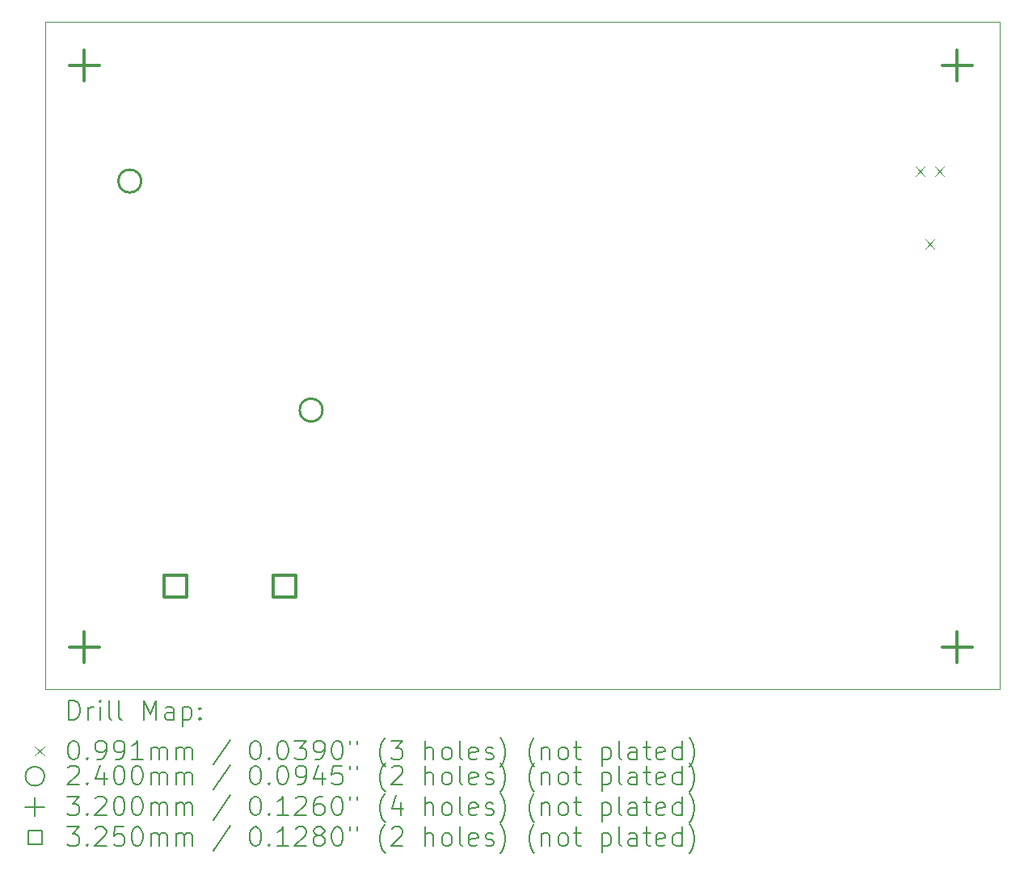
<source format=gbr>
%TF.GenerationSoftware,KiCad,Pcbnew,(6.0.10)*%
%TF.CreationDate,2023-05-06T14:56:52+10:00*%
%TF.ProjectId,jms_ufe_controller,6a6d735f-7566-4655-9f63-6f6e74726f6c,rev?*%
%TF.SameCoordinates,Original*%
%TF.FileFunction,Drillmap*%
%TF.FilePolarity,Positive*%
%FSLAX45Y45*%
G04 Gerber Fmt 4.5, Leading zero omitted, Abs format (unit mm)*
G04 Created by KiCad (PCBNEW (6.0.10)) date 2023-05-06 14:56:52*
%MOMM*%
%LPD*%
G01*
G04 APERTURE LIST*
%ADD10C,0.100000*%
%ADD11C,0.200000*%
%ADD12C,0.099100*%
%ADD13C,0.240000*%
%ADD14C,0.320000*%
%ADD15C,0.325000*%
G04 APERTURE END LIST*
D10*
X10000000Y-5000000D02*
X20000000Y-5000000D01*
X20000000Y-5000000D02*
X20000000Y-12000000D01*
X20000000Y-12000000D02*
X10000000Y-12000000D01*
X10000000Y-12000000D02*
X10000000Y-5000000D01*
D11*
D12*
X19119930Y-6518890D02*
X19219030Y-6617990D01*
X19219030Y-6518890D02*
X19119930Y-6617990D01*
X19221430Y-7280890D02*
X19320530Y-7379990D01*
X19320530Y-7280890D02*
X19221430Y-7379990D01*
X19322930Y-6518890D02*
X19422030Y-6617990D01*
X19422030Y-6518890D02*
X19322930Y-6617990D01*
D13*
X11008793Y-6672090D02*
G75*
G03*
X11008793Y-6672090I-120000J0D01*
G01*
X12908792Y-9072090D02*
G75*
G03*
X12908792Y-9072090I-120000J0D01*
G01*
D14*
X10414000Y-5301000D02*
X10414000Y-5621000D01*
X10254000Y-5461000D02*
X10574000Y-5461000D01*
X10414000Y-11397000D02*
X10414000Y-11717000D01*
X10254000Y-11557000D02*
X10574000Y-11557000D01*
X19558000Y-5301000D02*
X19558000Y-5621000D01*
X19398000Y-5461000D02*
X19718000Y-5461000D01*
X19558000Y-11397000D02*
X19558000Y-11717000D01*
X19398000Y-11557000D02*
X19718000Y-11557000D01*
D15*
X11481406Y-11033906D02*
X11481406Y-10804094D01*
X11251594Y-10804094D01*
X11251594Y-11033906D01*
X11481406Y-11033906D01*
X12624406Y-11033906D02*
X12624406Y-10804094D01*
X12394594Y-10804094D01*
X12394594Y-11033906D01*
X12624406Y-11033906D01*
D11*
X10252619Y-12315476D02*
X10252619Y-12115476D01*
X10300238Y-12115476D01*
X10328810Y-12125000D01*
X10347857Y-12144048D01*
X10357381Y-12163095D01*
X10366905Y-12201190D01*
X10366905Y-12229762D01*
X10357381Y-12267857D01*
X10347857Y-12286905D01*
X10328810Y-12305952D01*
X10300238Y-12315476D01*
X10252619Y-12315476D01*
X10452619Y-12315476D02*
X10452619Y-12182143D01*
X10452619Y-12220238D02*
X10462143Y-12201190D01*
X10471667Y-12191667D01*
X10490714Y-12182143D01*
X10509762Y-12182143D01*
X10576429Y-12315476D02*
X10576429Y-12182143D01*
X10576429Y-12115476D02*
X10566905Y-12125000D01*
X10576429Y-12134524D01*
X10585952Y-12125000D01*
X10576429Y-12115476D01*
X10576429Y-12134524D01*
X10700238Y-12315476D02*
X10681190Y-12305952D01*
X10671667Y-12286905D01*
X10671667Y-12115476D01*
X10805000Y-12315476D02*
X10785952Y-12305952D01*
X10776429Y-12286905D01*
X10776429Y-12115476D01*
X11033571Y-12315476D02*
X11033571Y-12115476D01*
X11100238Y-12258333D01*
X11166905Y-12115476D01*
X11166905Y-12315476D01*
X11347857Y-12315476D02*
X11347857Y-12210714D01*
X11338333Y-12191667D01*
X11319286Y-12182143D01*
X11281190Y-12182143D01*
X11262143Y-12191667D01*
X11347857Y-12305952D02*
X11328809Y-12315476D01*
X11281190Y-12315476D01*
X11262143Y-12305952D01*
X11252619Y-12286905D01*
X11252619Y-12267857D01*
X11262143Y-12248809D01*
X11281190Y-12239286D01*
X11328809Y-12239286D01*
X11347857Y-12229762D01*
X11443095Y-12182143D02*
X11443095Y-12382143D01*
X11443095Y-12191667D02*
X11462143Y-12182143D01*
X11500238Y-12182143D01*
X11519286Y-12191667D01*
X11528809Y-12201190D01*
X11538333Y-12220238D01*
X11538333Y-12277381D01*
X11528809Y-12296428D01*
X11519286Y-12305952D01*
X11500238Y-12315476D01*
X11462143Y-12315476D01*
X11443095Y-12305952D01*
X11624048Y-12296428D02*
X11633571Y-12305952D01*
X11624048Y-12315476D01*
X11614524Y-12305952D01*
X11624048Y-12296428D01*
X11624048Y-12315476D01*
X11624048Y-12191667D02*
X11633571Y-12201190D01*
X11624048Y-12210714D01*
X11614524Y-12201190D01*
X11624048Y-12191667D01*
X11624048Y-12210714D01*
D12*
X9895900Y-12595450D02*
X9995000Y-12694550D01*
X9995000Y-12595450D02*
X9895900Y-12694550D01*
D11*
X10290714Y-12535476D02*
X10309762Y-12535476D01*
X10328810Y-12545000D01*
X10338333Y-12554524D01*
X10347857Y-12573571D01*
X10357381Y-12611667D01*
X10357381Y-12659286D01*
X10347857Y-12697381D01*
X10338333Y-12716428D01*
X10328810Y-12725952D01*
X10309762Y-12735476D01*
X10290714Y-12735476D01*
X10271667Y-12725952D01*
X10262143Y-12716428D01*
X10252619Y-12697381D01*
X10243095Y-12659286D01*
X10243095Y-12611667D01*
X10252619Y-12573571D01*
X10262143Y-12554524D01*
X10271667Y-12545000D01*
X10290714Y-12535476D01*
X10443095Y-12716428D02*
X10452619Y-12725952D01*
X10443095Y-12735476D01*
X10433571Y-12725952D01*
X10443095Y-12716428D01*
X10443095Y-12735476D01*
X10547857Y-12735476D02*
X10585952Y-12735476D01*
X10605000Y-12725952D01*
X10614524Y-12716428D01*
X10633571Y-12687857D01*
X10643095Y-12649762D01*
X10643095Y-12573571D01*
X10633571Y-12554524D01*
X10624048Y-12545000D01*
X10605000Y-12535476D01*
X10566905Y-12535476D01*
X10547857Y-12545000D01*
X10538333Y-12554524D01*
X10528810Y-12573571D01*
X10528810Y-12621190D01*
X10538333Y-12640238D01*
X10547857Y-12649762D01*
X10566905Y-12659286D01*
X10605000Y-12659286D01*
X10624048Y-12649762D01*
X10633571Y-12640238D01*
X10643095Y-12621190D01*
X10738333Y-12735476D02*
X10776429Y-12735476D01*
X10795476Y-12725952D01*
X10805000Y-12716428D01*
X10824048Y-12687857D01*
X10833571Y-12649762D01*
X10833571Y-12573571D01*
X10824048Y-12554524D01*
X10814524Y-12545000D01*
X10795476Y-12535476D01*
X10757381Y-12535476D01*
X10738333Y-12545000D01*
X10728810Y-12554524D01*
X10719286Y-12573571D01*
X10719286Y-12621190D01*
X10728810Y-12640238D01*
X10738333Y-12649762D01*
X10757381Y-12659286D01*
X10795476Y-12659286D01*
X10814524Y-12649762D01*
X10824048Y-12640238D01*
X10833571Y-12621190D01*
X11024048Y-12735476D02*
X10909762Y-12735476D01*
X10966905Y-12735476D02*
X10966905Y-12535476D01*
X10947857Y-12564048D01*
X10928810Y-12583095D01*
X10909762Y-12592619D01*
X11109762Y-12735476D02*
X11109762Y-12602143D01*
X11109762Y-12621190D02*
X11119286Y-12611667D01*
X11138333Y-12602143D01*
X11166905Y-12602143D01*
X11185952Y-12611667D01*
X11195476Y-12630714D01*
X11195476Y-12735476D01*
X11195476Y-12630714D02*
X11205000Y-12611667D01*
X11224048Y-12602143D01*
X11252619Y-12602143D01*
X11271667Y-12611667D01*
X11281190Y-12630714D01*
X11281190Y-12735476D01*
X11376428Y-12735476D02*
X11376428Y-12602143D01*
X11376428Y-12621190D02*
X11385952Y-12611667D01*
X11405000Y-12602143D01*
X11433571Y-12602143D01*
X11452619Y-12611667D01*
X11462143Y-12630714D01*
X11462143Y-12735476D01*
X11462143Y-12630714D02*
X11471667Y-12611667D01*
X11490714Y-12602143D01*
X11519286Y-12602143D01*
X11538333Y-12611667D01*
X11547857Y-12630714D01*
X11547857Y-12735476D01*
X11938333Y-12525952D02*
X11766905Y-12783095D01*
X12195476Y-12535476D02*
X12214524Y-12535476D01*
X12233571Y-12545000D01*
X12243095Y-12554524D01*
X12252619Y-12573571D01*
X12262143Y-12611667D01*
X12262143Y-12659286D01*
X12252619Y-12697381D01*
X12243095Y-12716428D01*
X12233571Y-12725952D01*
X12214524Y-12735476D01*
X12195476Y-12735476D01*
X12176428Y-12725952D01*
X12166905Y-12716428D01*
X12157381Y-12697381D01*
X12147857Y-12659286D01*
X12147857Y-12611667D01*
X12157381Y-12573571D01*
X12166905Y-12554524D01*
X12176428Y-12545000D01*
X12195476Y-12535476D01*
X12347857Y-12716428D02*
X12357381Y-12725952D01*
X12347857Y-12735476D01*
X12338333Y-12725952D01*
X12347857Y-12716428D01*
X12347857Y-12735476D01*
X12481190Y-12535476D02*
X12500238Y-12535476D01*
X12519286Y-12545000D01*
X12528809Y-12554524D01*
X12538333Y-12573571D01*
X12547857Y-12611667D01*
X12547857Y-12659286D01*
X12538333Y-12697381D01*
X12528809Y-12716428D01*
X12519286Y-12725952D01*
X12500238Y-12735476D01*
X12481190Y-12735476D01*
X12462143Y-12725952D01*
X12452619Y-12716428D01*
X12443095Y-12697381D01*
X12433571Y-12659286D01*
X12433571Y-12611667D01*
X12443095Y-12573571D01*
X12452619Y-12554524D01*
X12462143Y-12545000D01*
X12481190Y-12535476D01*
X12614524Y-12535476D02*
X12738333Y-12535476D01*
X12671667Y-12611667D01*
X12700238Y-12611667D01*
X12719286Y-12621190D01*
X12728809Y-12630714D01*
X12738333Y-12649762D01*
X12738333Y-12697381D01*
X12728809Y-12716428D01*
X12719286Y-12725952D01*
X12700238Y-12735476D01*
X12643095Y-12735476D01*
X12624048Y-12725952D01*
X12614524Y-12716428D01*
X12833571Y-12735476D02*
X12871667Y-12735476D01*
X12890714Y-12725952D01*
X12900238Y-12716428D01*
X12919286Y-12687857D01*
X12928809Y-12649762D01*
X12928809Y-12573571D01*
X12919286Y-12554524D01*
X12909762Y-12545000D01*
X12890714Y-12535476D01*
X12852619Y-12535476D01*
X12833571Y-12545000D01*
X12824048Y-12554524D01*
X12814524Y-12573571D01*
X12814524Y-12621190D01*
X12824048Y-12640238D01*
X12833571Y-12649762D01*
X12852619Y-12659286D01*
X12890714Y-12659286D01*
X12909762Y-12649762D01*
X12919286Y-12640238D01*
X12928809Y-12621190D01*
X13052619Y-12535476D02*
X13071667Y-12535476D01*
X13090714Y-12545000D01*
X13100238Y-12554524D01*
X13109762Y-12573571D01*
X13119286Y-12611667D01*
X13119286Y-12659286D01*
X13109762Y-12697381D01*
X13100238Y-12716428D01*
X13090714Y-12725952D01*
X13071667Y-12735476D01*
X13052619Y-12735476D01*
X13033571Y-12725952D01*
X13024048Y-12716428D01*
X13014524Y-12697381D01*
X13005000Y-12659286D01*
X13005000Y-12611667D01*
X13014524Y-12573571D01*
X13024048Y-12554524D01*
X13033571Y-12545000D01*
X13052619Y-12535476D01*
X13195476Y-12535476D02*
X13195476Y-12573571D01*
X13271667Y-12535476D02*
X13271667Y-12573571D01*
X13566905Y-12811667D02*
X13557381Y-12802143D01*
X13538333Y-12773571D01*
X13528809Y-12754524D01*
X13519286Y-12725952D01*
X13509762Y-12678333D01*
X13509762Y-12640238D01*
X13519286Y-12592619D01*
X13528809Y-12564048D01*
X13538333Y-12545000D01*
X13557381Y-12516428D01*
X13566905Y-12506905D01*
X13624048Y-12535476D02*
X13747857Y-12535476D01*
X13681190Y-12611667D01*
X13709762Y-12611667D01*
X13728809Y-12621190D01*
X13738333Y-12630714D01*
X13747857Y-12649762D01*
X13747857Y-12697381D01*
X13738333Y-12716428D01*
X13728809Y-12725952D01*
X13709762Y-12735476D01*
X13652619Y-12735476D01*
X13633571Y-12725952D01*
X13624048Y-12716428D01*
X13985952Y-12735476D02*
X13985952Y-12535476D01*
X14071667Y-12735476D02*
X14071667Y-12630714D01*
X14062143Y-12611667D01*
X14043095Y-12602143D01*
X14014524Y-12602143D01*
X13995476Y-12611667D01*
X13985952Y-12621190D01*
X14195476Y-12735476D02*
X14176428Y-12725952D01*
X14166905Y-12716428D01*
X14157381Y-12697381D01*
X14157381Y-12640238D01*
X14166905Y-12621190D01*
X14176428Y-12611667D01*
X14195476Y-12602143D01*
X14224048Y-12602143D01*
X14243095Y-12611667D01*
X14252619Y-12621190D01*
X14262143Y-12640238D01*
X14262143Y-12697381D01*
X14252619Y-12716428D01*
X14243095Y-12725952D01*
X14224048Y-12735476D01*
X14195476Y-12735476D01*
X14376428Y-12735476D02*
X14357381Y-12725952D01*
X14347857Y-12706905D01*
X14347857Y-12535476D01*
X14528809Y-12725952D02*
X14509762Y-12735476D01*
X14471667Y-12735476D01*
X14452619Y-12725952D01*
X14443095Y-12706905D01*
X14443095Y-12630714D01*
X14452619Y-12611667D01*
X14471667Y-12602143D01*
X14509762Y-12602143D01*
X14528809Y-12611667D01*
X14538333Y-12630714D01*
X14538333Y-12649762D01*
X14443095Y-12668809D01*
X14614524Y-12725952D02*
X14633571Y-12735476D01*
X14671667Y-12735476D01*
X14690714Y-12725952D01*
X14700238Y-12706905D01*
X14700238Y-12697381D01*
X14690714Y-12678333D01*
X14671667Y-12668809D01*
X14643095Y-12668809D01*
X14624048Y-12659286D01*
X14614524Y-12640238D01*
X14614524Y-12630714D01*
X14624048Y-12611667D01*
X14643095Y-12602143D01*
X14671667Y-12602143D01*
X14690714Y-12611667D01*
X14766905Y-12811667D02*
X14776428Y-12802143D01*
X14795476Y-12773571D01*
X14805000Y-12754524D01*
X14814524Y-12725952D01*
X14824048Y-12678333D01*
X14824048Y-12640238D01*
X14814524Y-12592619D01*
X14805000Y-12564048D01*
X14795476Y-12545000D01*
X14776428Y-12516428D01*
X14766905Y-12506905D01*
X15128809Y-12811667D02*
X15119286Y-12802143D01*
X15100238Y-12773571D01*
X15090714Y-12754524D01*
X15081190Y-12725952D01*
X15071667Y-12678333D01*
X15071667Y-12640238D01*
X15081190Y-12592619D01*
X15090714Y-12564048D01*
X15100238Y-12545000D01*
X15119286Y-12516428D01*
X15128809Y-12506905D01*
X15205000Y-12602143D02*
X15205000Y-12735476D01*
X15205000Y-12621190D02*
X15214524Y-12611667D01*
X15233571Y-12602143D01*
X15262143Y-12602143D01*
X15281190Y-12611667D01*
X15290714Y-12630714D01*
X15290714Y-12735476D01*
X15414524Y-12735476D02*
X15395476Y-12725952D01*
X15385952Y-12716428D01*
X15376428Y-12697381D01*
X15376428Y-12640238D01*
X15385952Y-12621190D01*
X15395476Y-12611667D01*
X15414524Y-12602143D01*
X15443095Y-12602143D01*
X15462143Y-12611667D01*
X15471667Y-12621190D01*
X15481190Y-12640238D01*
X15481190Y-12697381D01*
X15471667Y-12716428D01*
X15462143Y-12725952D01*
X15443095Y-12735476D01*
X15414524Y-12735476D01*
X15538333Y-12602143D02*
X15614524Y-12602143D01*
X15566905Y-12535476D02*
X15566905Y-12706905D01*
X15576428Y-12725952D01*
X15595476Y-12735476D01*
X15614524Y-12735476D01*
X15833571Y-12602143D02*
X15833571Y-12802143D01*
X15833571Y-12611667D02*
X15852619Y-12602143D01*
X15890714Y-12602143D01*
X15909762Y-12611667D01*
X15919286Y-12621190D01*
X15928809Y-12640238D01*
X15928809Y-12697381D01*
X15919286Y-12716428D01*
X15909762Y-12725952D01*
X15890714Y-12735476D01*
X15852619Y-12735476D01*
X15833571Y-12725952D01*
X16043095Y-12735476D02*
X16024048Y-12725952D01*
X16014524Y-12706905D01*
X16014524Y-12535476D01*
X16205000Y-12735476D02*
X16205000Y-12630714D01*
X16195476Y-12611667D01*
X16176428Y-12602143D01*
X16138333Y-12602143D01*
X16119286Y-12611667D01*
X16205000Y-12725952D02*
X16185952Y-12735476D01*
X16138333Y-12735476D01*
X16119286Y-12725952D01*
X16109762Y-12706905D01*
X16109762Y-12687857D01*
X16119286Y-12668809D01*
X16138333Y-12659286D01*
X16185952Y-12659286D01*
X16205000Y-12649762D01*
X16271667Y-12602143D02*
X16347857Y-12602143D01*
X16300238Y-12535476D02*
X16300238Y-12706905D01*
X16309762Y-12725952D01*
X16328809Y-12735476D01*
X16347857Y-12735476D01*
X16490714Y-12725952D02*
X16471667Y-12735476D01*
X16433571Y-12735476D01*
X16414524Y-12725952D01*
X16405000Y-12706905D01*
X16405000Y-12630714D01*
X16414524Y-12611667D01*
X16433571Y-12602143D01*
X16471667Y-12602143D01*
X16490714Y-12611667D01*
X16500238Y-12630714D01*
X16500238Y-12649762D01*
X16405000Y-12668809D01*
X16671667Y-12735476D02*
X16671667Y-12535476D01*
X16671667Y-12725952D02*
X16652619Y-12735476D01*
X16614524Y-12735476D01*
X16595476Y-12725952D01*
X16585952Y-12716428D01*
X16576428Y-12697381D01*
X16576428Y-12640238D01*
X16585952Y-12621190D01*
X16595476Y-12611667D01*
X16614524Y-12602143D01*
X16652619Y-12602143D01*
X16671667Y-12611667D01*
X16747857Y-12811667D02*
X16757381Y-12802143D01*
X16776428Y-12773571D01*
X16785952Y-12754524D01*
X16795476Y-12725952D01*
X16805000Y-12678333D01*
X16805000Y-12640238D01*
X16795476Y-12592619D01*
X16785952Y-12564048D01*
X16776428Y-12545000D01*
X16757381Y-12516428D01*
X16747857Y-12506905D01*
X9995000Y-12909000D02*
G75*
G03*
X9995000Y-12909000I-100000J0D01*
G01*
X10243095Y-12818524D02*
X10252619Y-12809000D01*
X10271667Y-12799476D01*
X10319286Y-12799476D01*
X10338333Y-12809000D01*
X10347857Y-12818524D01*
X10357381Y-12837571D01*
X10357381Y-12856619D01*
X10347857Y-12885190D01*
X10233571Y-12999476D01*
X10357381Y-12999476D01*
X10443095Y-12980428D02*
X10452619Y-12989952D01*
X10443095Y-12999476D01*
X10433571Y-12989952D01*
X10443095Y-12980428D01*
X10443095Y-12999476D01*
X10624048Y-12866143D02*
X10624048Y-12999476D01*
X10576429Y-12789952D02*
X10528810Y-12932809D01*
X10652619Y-12932809D01*
X10766905Y-12799476D02*
X10785952Y-12799476D01*
X10805000Y-12809000D01*
X10814524Y-12818524D01*
X10824048Y-12837571D01*
X10833571Y-12875667D01*
X10833571Y-12923286D01*
X10824048Y-12961381D01*
X10814524Y-12980428D01*
X10805000Y-12989952D01*
X10785952Y-12999476D01*
X10766905Y-12999476D01*
X10747857Y-12989952D01*
X10738333Y-12980428D01*
X10728810Y-12961381D01*
X10719286Y-12923286D01*
X10719286Y-12875667D01*
X10728810Y-12837571D01*
X10738333Y-12818524D01*
X10747857Y-12809000D01*
X10766905Y-12799476D01*
X10957381Y-12799476D02*
X10976429Y-12799476D01*
X10995476Y-12809000D01*
X11005000Y-12818524D01*
X11014524Y-12837571D01*
X11024048Y-12875667D01*
X11024048Y-12923286D01*
X11014524Y-12961381D01*
X11005000Y-12980428D01*
X10995476Y-12989952D01*
X10976429Y-12999476D01*
X10957381Y-12999476D01*
X10938333Y-12989952D01*
X10928810Y-12980428D01*
X10919286Y-12961381D01*
X10909762Y-12923286D01*
X10909762Y-12875667D01*
X10919286Y-12837571D01*
X10928810Y-12818524D01*
X10938333Y-12809000D01*
X10957381Y-12799476D01*
X11109762Y-12999476D02*
X11109762Y-12866143D01*
X11109762Y-12885190D02*
X11119286Y-12875667D01*
X11138333Y-12866143D01*
X11166905Y-12866143D01*
X11185952Y-12875667D01*
X11195476Y-12894714D01*
X11195476Y-12999476D01*
X11195476Y-12894714D02*
X11205000Y-12875667D01*
X11224048Y-12866143D01*
X11252619Y-12866143D01*
X11271667Y-12875667D01*
X11281190Y-12894714D01*
X11281190Y-12999476D01*
X11376428Y-12999476D02*
X11376428Y-12866143D01*
X11376428Y-12885190D02*
X11385952Y-12875667D01*
X11405000Y-12866143D01*
X11433571Y-12866143D01*
X11452619Y-12875667D01*
X11462143Y-12894714D01*
X11462143Y-12999476D01*
X11462143Y-12894714D02*
X11471667Y-12875667D01*
X11490714Y-12866143D01*
X11519286Y-12866143D01*
X11538333Y-12875667D01*
X11547857Y-12894714D01*
X11547857Y-12999476D01*
X11938333Y-12789952D02*
X11766905Y-13047095D01*
X12195476Y-12799476D02*
X12214524Y-12799476D01*
X12233571Y-12809000D01*
X12243095Y-12818524D01*
X12252619Y-12837571D01*
X12262143Y-12875667D01*
X12262143Y-12923286D01*
X12252619Y-12961381D01*
X12243095Y-12980428D01*
X12233571Y-12989952D01*
X12214524Y-12999476D01*
X12195476Y-12999476D01*
X12176428Y-12989952D01*
X12166905Y-12980428D01*
X12157381Y-12961381D01*
X12147857Y-12923286D01*
X12147857Y-12875667D01*
X12157381Y-12837571D01*
X12166905Y-12818524D01*
X12176428Y-12809000D01*
X12195476Y-12799476D01*
X12347857Y-12980428D02*
X12357381Y-12989952D01*
X12347857Y-12999476D01*
X12338333Y-12989952D01*
X12347857Y-12980428D01*
X12347857Y-12999476D01*
X12481190Y-12799476D02*
X12500238Y-12799476D01*
X12519286Y-12809000D01*
X12528809Y-12818524D01*
X12538333Y-12837571D01*
X12547857Y-12875667D01*
X12547857Y-12923286D01*
X12538333Y-12961381D01*
X12528809Y-12980428D01*
X12519286Y-12989952D01*
X12500238Y-12999476D01*
X12481190Y-12999476D01*
X12462143Y-12989952D01*
X12452619Y-12980428D01*
X12443095Y-12961381D01*
X12433571Y-12923286D01*
X12433571Y-12875667D01*
X12443095Y-12837571D01*
X12452619Y-12818524D01*
X12462143Y-12809000D01*
X12481190Y-12799476D01*
X12643095Y-12999476D02*
X12681190Y-12999476D01*
X12700238Y-12989952D01*
X12709762Y-12980428D01*
X12728809Y-12951857D01*
X12738333Y-12913762D01*
X12738333Y-12837571D01*
X12728809Y-12818524D01*
X12719286Y-12809000D01*
X12700238Y-12799476D01*
X12662143Y-12799476D01*
X12643095Y-12809000D01*
X12633571Y-12818524D01*
X12624048Y-12837571D01*
X12624048Y-12885190D01*
X12633571Y-12904238D01*
X12643095Y-12913762D01*
X12662143Y-12923286D01*
X12700238Y-12923286D01*
X12719286Y-12913762D01*
X12728809Y-12904238D01*
X12738333Y-12885190D01*
X12909762Y-12866143D02*
X12909762Y-12999476D01*
X12862143Y-12789952D02*
X12814524Y-12932809D01*
X12938333Y-12932809D01*
X13109762Y-12799476D02*
X13014524Y-12799476D01*
X13005000Y-12894714D01*
X13014524Y-12885190D01*
X13033571Y-12875667D01*
X13081190Y-12875667D01*
X13100238Y-12885190D01*
X13109762Y-12894714D01*
X13119286Y-12913762D01*
X13119286Y-12961381D01*
X13109762Y-12980428D01*
X13100238Y-12989952D01*
X13081190Y-12999476D01*
X13033571Y-12999476D01*
X13014524Y-12989952D01*
X13005000Y-12980428D01*
X13195476Y-12799476D02*
X13195476Y-12837571D01*
X13271667Y-12799476D02*
X13271667Y-12837571D01*
X13566905Y-13075667D02*
X13557381Y-13066143D01*
X13538333Y-13037571D01*
X13528809Y-13018524D01*
X13519286Y-12989952D01*
X13509762Y-12942333D01*
X13509762Y-12904238D01*
X13519286Y-12856619D01*
X13528809Y-12828048D01*
X13538333Y-12809000D01*
X13557381Y-12780428D01*
X13566905Y-12770905D01*
X13633571Y-12818524D02*
X13643095Y-12809000D01*
X13662143Y-12799476D01*
X13709762Y-12799476D01*
X13728809Y-12809000D01*
X13738333Y-12818524D01*
X13747857Y-12837571D01*
X13747857Y-12856619D01*
X13738333Y-12885190D01*
X13624048Y-12999476D01*
X13747857Y-12999476D01*
X13985952Y-12999476D02*
X13985952Y-12799476D01*
X14071667Y-12999476D02*
X14071667Y-12894714D01*
X14062143Y-12875667D01*
X14043095Y-12866143D01*
X14014524Y-12866143D01*
X13995476Y-12875667D01*
X13985952Y-12885190D01*
X14195476Y-12999476D02*
X14176428Y-12989952D01*
X14166905Y-12980428D01*
X14157381Y-12961381D01*
X14157381Y-12904238D01*
X14166905Y-12885190D01*
X14176428Y-12875667D01*
X14195476Y-12866143D01*
X14224048Y-12866143D01*
X14243095Y-12875667D01*
X14252619Y-12885190D01*
X14262143Y-12904238D01*
X14262143Y-12961381D01*
X14252619Y-12980428D01*
X14243095Y-12989952D01*
X14224048Y-12999476D01*
X14195476Y-12999476D01*
X14376428Y-12999476D02*
X14357381Y-12989952D01*
X14347857Y-12970905D01*
X14347857Y-12799476D01*
X14528809Y-12989952D02*
X14509762Y-12999476D01*
X14471667Y-12999476D01*
X14452619Y-12989952D01*
X14443095Y-12970905D01*
X14443095Y-12894714D01*
X14452619Y-12875667D01*
X14471667Y-12866143D01*
X14509762Y-12866143D01*
X14528809Y-12875667D01*
X14538333Y-12894714D01*
X14538333Y-12913762D01*
X14443095Y-12932809D01*
X14614524Y-12989952D02*
X14633571Y-12999476D01*
X14671667Y-12999476D01*
X14690714Y-12989952D01*
X14700238Y-12970905D01*
X14700238Y-12961381D01*
X14690714Y-12942333D01*
X14671667Y-12932809D01*
X14643095Y-12932809D01*
X14624048Y-12923286D01*
X14614524Y-12904238D01*
X14614524Y-12894714D01*
X14624048Y-12875667D01*
X14643095Y-12866143D01*
X14671667Y-12866143D01*
X14690714Y-12875667D01*
X14766905Y-13075667D02*
X14776428Y-13066143D01*
X14795476Y-13037571D01*
X14805000Y-13018524D01*
X14814524Y-12989952D01*
X14824048Y-12942333D01*
X14824048Y-12904238D01*
X14814524Y-12856619D01*
X14805000Y-12828048D01*
X14795476Y-12809000D01*
X14776428Y-12780428D01*
X14766905Y-12770905D01*
X15128809Y-13075667D02*
X15119286Y-13066143D01*
X15100238Y-13037571D01*
X15090714Y-13018524D01*
X15081190Y-12989952D01*
X15071667Y-12942333D01*
X15071667Y-12904238D01*
X15081190Y-12856619D01*
X15090714Y-12828048D01*
X15100238Y-12809000D01*
X15119286Y-12780428D01*
X15128809Y-12770905D01*
X15205000Y-12866143D02*
X15205000Y-12999476D01*
X15205000Y-12885190D02*
X15214524Y-12875667D01*
X15233571Y-12866143D01*
X15262143Y-12866143D01*
X15281190Y-12875667D01*
X15290714Y-12894714D01*
X15290714Y-12999476D01*
X15414524Y-12999476D02*
X15395476Y-12989952D01*
X15385952Y-12980428D01*
X15376428Y-12961381D01*
X15376428Y-12904238D01*
X15385952Y-12885190D01*
X15395476Y-12875667D01*
X15414524Y-12866143D01*
X15443095Y-12866143D01*
X15462143Y-12875667D01*
X15471667Y-12885190D01*
X15481190Y-12904238D01*
X15481190Y-12961381D01*
X15471667Y-12980428D01*
X15462143Y-12989952D01*
X15443095Y-12999476D01*
X15414524Y-12999476D01*
X15538333Y-12866143D02*
X15614524Y-12866143D01*
X15566905Y-12799476D02*
X15566905Y-12970905D01*
X15576428Y-12989952D01*
X15595476Y-12999476D01*
X15614524Y-12999476D01*
X15833571Y-12866143D02*
X15833571Y-13066143D01*
X15833571Y-12875667D02*
X15852619Y-12866143D01*
X15890714Y-12866143D01*
X15909762Y-12875667D01*
X15919286Y-12885190D01*
X15928809Y-12904238D01*
X15928809Y-12961381D01*
X15919286Y-12980428D01*
X15909762Y-12989952D01*
X15890714Y-12999476D01*
X15852619Y-12999476D01*
X15833571Y-12989952D01*
X16043095Y-12999476D02*
X16024048Y-12989952D01*
X16014524Y-12970905D01*
X16014524Y-12799476D01*
X16205000Y-12999476D02*
X16205000Y-12894714D01*
X16195476Y-12875667D01*
X16176428Y-12866143D01*
X16138333Y-12866143D01*
X16119286Y-12875667D01*
X16205000Y-12989952D02*
X16185952Y-12999476D01*
X16138333Y-12999476D01*
X16119286Y-12989952D01*
X16109762Y-12970905D01*
X16109762Y-12951857D01*
X16119286Y-12932809D01*
X16138333Y-12923286D01*
X16185952Y-12923286D01*
X16205000Y-12913762D01*
X16271667Y-12866143D02*
X16347857Y-12866143D01*
X16300238Y-12799476D02*
X16300238Y-12970905D01*
X16309762Y-12989952D01*
X16328809Y-12999476D01*
X16347857Y-12999476D01*
X16490714Y-12989952D02*
X16471667Y-12999476D01*
X16433571Y-12999476D01*
X16414524Y-12989952D01*
X16405000Y-12970905D01*
X16405000Y-12894714D01*
X16414524Y-12875667D01*
X16433571Y-12866143D01*
X16471667Y-12866143D01*
X16490714Y-12875667D01*
X16500238Y-12894714D01*
X16500238Y-12913762D01*
X16405000Y-12932809D01*
X16671667Y-12999476D02*
X16671667Y-12799476D01*
X16671667Y-12989952D02*
X16652619Y-12999476D01*
X16614524Y-12999476D01*
X16595476Y-12989952D01*
X16585952Y-12980428D01*
X16576428Y-12961381D01*
X16576428Y-12904238D01*
X16585952Y-12885190D01*
X16595476Y-12875667D01*
X16614524Y-12866143D01*
X16652619Y-12866143D01*
X16671667Y-12875667D01*
X16747857Y-13075667D02*
X16757381Y-13066143D01*
X16776428Y-13037571D01*
X16785952Y-13018524D01*
X16795476Y-12989952D01*
X16805000Y-12942333D01*
X16805000Y-12904238D01*
X16795476Y-12856619D01*
X16785952Y-12828048D01*
X16776428Y-12809000D01*
X16757381Y-12780428D01*
X16747857Y-12770905D01*
X9895000Y-13129000D02*
X9895000Y-13329000D01*
X9795000Y-13229000D02*
X9995000Y-13229000D01*
X10233571Y-13119476D02*
X10357381Y-13119476D01*
X10290714Y-13195667D01*
X10319286Y-13195667D01*
X10338333Y-13205190D01*
X10347857Y-13214714D01*
X10357381Y-13233762D01*
X10357381Y-13281381D01*
X10347857Y-13300428D01*
X10338333Y-13309952D01*
X10319286Y-13319476D01*
X10262143Y-13319476D01*
X10243095Y-13309952D01*
X10233571Y-13300428D01*
X10443095Y-13300428D02*
X10452619Y-13309952D01*
X10443095Y-13319476D01*
X10433571Y-13309952D01*
X10443095Y-13300428D01*
X10443095Y-13319476D01*
X10528810Y-13138524D02*
X10538333Y-13129000D01*
X10557381Y-13119476D01*
X10605000Y-13119476D01*
X10624048Y-13129000D01*
X10633571Y-13138524D01*
X10643095Y-13157571D01*
X10643095Y-13176619D01*
X10633571Y-13205190D01*
X10519286Y-13319476D01*
X10643095Y-13319476D01*
X10766905Y-13119476D02*
X10785952Y-13119476D01*
X10805000Y-13129000D01*
X10814524Y-13138524D01*
X10824048Y-13157571D01*
X10833571Y-13195667D01*
X10833571Y-13243286D01*
X10824048Y-13281381D01*
X10814524Y-13300428D01*
X10805000Y-13309952D01*
X10785952Y-13319476D01*
X10766905Y-13319476D01*
X10747857Y-13309952D01*
X10738333Y-13300428D01*
X10728810Y-13281381D01*
X10719286Y-13243286D01*
X10719286Y-13195667D01*
X10728810Y-13157571D01*
X10738333Y-13138524D01*
X10747857Y-13129000D01*
X10766905Y-13119476D01*
X10957381Y-13119476D02*
X10976429Y-13119476D01*
X10995476Y-13129000D01*
X11005000Y-13138524D01*
X11014524Y-13157571D01*
X11024048Y-13195667D01*
X11024048Y-13243286D01*
X11014524Y-13281381D01*
X11005000Y-13300428D01*
X10995476Y-13309952D01*
X10976429Y-13319476D01*
X10957381Y-13319476D01*
X10938333Y-13309952D01*
X10928810Y-13300428D01*
X10919286Y-13281381D01*
X10909762Y-13243286D01*
X10909762Y-13195667D01*
X10919286Y-13157571D01*
X10928810Y-13138524D01*
X10938333Y-13129000D01*
X10957381Y-13119476D01*
X11109762Y-13319476D02*
X11109762Y-13186143D01*
X11109762Y-13205190D02*
X11119286Y-13195667D01*
X11138333Y-13186143D01*
X11166905Y-13186143D01*
X11185952Y-13195667D01*
X11195476Y-13214714D01*
X11195476Y-13319476D01*
X11195476Y-13214714D02*
X11205000Y-13195667D01*
X11224048Y-13186143D01*
X11252619Y-13186143D01*
X11271667Y-13195667D01*
X11281190Y-13214714D01*
X11281190Y-13319476D01*
X11376428Y-13319476D02*
X11376428Y-13186143D01*
X11376428Y-13205190D02*
X11385952Y-13195667D01*
X11405000Y-13186143D01*
X11433571Y-13186143D01*
X11452619Y-13195667D01*
X11462143Y-13214714D01*
X11462143Y-13319476D01*
X11462143Y-13214714D02*
X11471667Y-13195667D01*
X11490714Y-13186143D01*
X11519286Y-13186143D01*
X11538333Y-13195667D01*
X11547857Y-13214714D01*
X11547857Y-13319476D01*
X11938333Y-13109952D02*
X11766905Y-13367095D01*
X12195476Y-13119476D02*
X12214524Y-13119476D01*
X12233571Y-13129000D01*
X12243095Y-13138524D01*
X12252619Y-13157571D01*
X12262143Y-13195667D01*
X12262143Y-13243286D01*
X12252619Y-13281381D01*
X12243095Y-13300428D01*
X12233571Y-13309952D01*
X12214524Y-13319476D01*
X12195476Y-13319476D01*
X12176428Y-13309952D01*
X12166905Y-13300428D01*
X12157381Y-13281381D01*
X12147857Y-13243286D01*
X12147857Y-13195667D01*
X12157381Y-13157571D01*
X12166905Y-13138524D01*
X12176428Y-13129000D01*
X12195476Y-13119476D01*
X12347857Y-13300428D02*
X12357381Y-13309952D01*
X12347857Y-13319476D01*
X12338333Y-13309952D01*
X12347857Y-13300428D01*
X12347857Y-13319476D01*
X12547857Y-13319476D02*
X12433571Y-13319476D01*
X12490714Y-13319476D02*
X12490714Y-13119476D01*
X12471667Y-13148048D01*
X12452619Y-13167095D01*
X12433571Y-13176619D01*
X12624048Y-13138524D02*
X12633571Y-13129000D01*
X12652619Y-13119476D01*
X12700238Y-13119476D01*
X12719286Y-13129000D01*
X12728809Y-13138524D01*
X12738333Y-13157571D01*
X12738333Y-13176619D01*
X12728809Y-13205190D01*
X12614524Y-13319476D01*
X12738333Y-13319476D01*
X12909762Y-13119476D02*
X12871667Y-13119476D01*
X12852619Y-13129000D01*
X12843095Y-13138524D01*
X12824048Y-13167095D01*
X12814524Y-13205190D01*
X12814524Y-13281381D01*
X12824048Y-13300428D01*
X12833571Y-13309952D01*
X12852619Y-13319476D01*
X12890714Y-13319476D01*
X12909762Y-13309952D01*
X12919286Y-13300428D01*
X12928809Y-13281381D01*
X12928809Y-13233762D01*
X12919286Y-13214714D01*
X12909762Y-13205190D01*
X12890714Y-13195667D01*
X12852619Y-13195667D01*
X12833571Y-13205190D01*
X12824048Y-13214714D01*
X12814524Y-13233762D01*
X13052619Y-13119476D02*
X13071667Y-13119476D01*
X13090714Y-13129000D01*
X13100238Y-13138524D01*
X13109762Y-13157571D01*
X13119286Y-13195667D01*
X13119286Y-13243286D01*
X13109762Y-13281381D01*
X13100238Y-13300428D01*
X13090714Y-13309952D01*
X13071667Y-13319476D01*
X13052619Y-13319476D01*
X13033571Y-13309952D01*
X13024048Y-13300428D01*
X13014524Y-13281381D01*
X13005000Y-13243286D01*
X13005000Y-13195667D01*
X13014524Y-13157571D01*
X13024048Y-13138524D01*
X13033571Y-13129000D01*
X13052619Y-13119476D01*
X13195476Y-13119476D02*
X13195476Y-13157571D01*
X13271667Y-13119476D02*
X13271667Y-13157571D01*
X13566905Y-13395667D02*
X13557381Y-13386143D01*
X13538333Y-13357571D01*
X13528809Y-13338524D01*
X13519286Y-13309952D01*
X13509762Y-13262333D01*
X13509762Y-13224238D01*
X13519286Y-13176619D01*
X13528809Y-13148048D01*
X13538333Y-13129000D01*
X13557381Y-13100428D01*
X13566905Y-13090905D01*
X13728809Y-13186143D02*
X13728809Y-13319476D01*
X13681190Y-13109952D02*
X13633571Y-13252809D01*
X13757381Y-13252809D01*
X13985952Y-13319476D02*
X13985952Y-13119476D01*
X14071667Y-13319476D02*
X14071667Y-13214714D01*
X14062143Y-13195667D01*
X14043095Y-13186143D01*
X14014524Y-13186143D01*
X13995476Y-13195667D01*
X13985952Y-13205190D01*
X14195476Y-13319476D02*
X14176428Y-13309952D01*
X14166905Y-13300428D01*
X14157381Y-13281381D01*
X14157381Y-13224238D01*
X14166905Y-13205190D01*
X14176428Y-13195667D01*
X14195476Y-13186143D01*
X14224048Y-13186143D01*
X14243095Y-13195667D01*
X14252619Y-13205190D01*
X14262143Y-13224238D01*
X14262143Y-13281381D01*
X14252619Y-13300428D01*
X14243095Y-13309952D01*
X14224048Y-13319476D01*
X14195476Y-13319476D01*
X14376428Y-13319476D02*
X14357381Y-13309952D01*
X14347857Y-13290905D01*
X14347857Y-13119476D01*
X14528809Y-13309952D02*
X14509762Y-13319476D01*
X14471667Y-13319476D01*
X14452619Y-13309952D01*
X14443095Y-13290905D01*
X14443095Y-13214714D01*
X14452619Y-13195667D01*
X14471667Y-13186143D01*
X14509762Y-13186143D01*
X14528809Y-13195667D01*
X14538333Y-13214714D01*
X14538333Y-13233762D01*
X14443095Y-13252809D01*
X14614524Y-13309952D02*
X14633571Y-13319476D01*
X14671667Y-13319476D01*
X14690714Y-13309952D01*
X14700238Y-13290905D01*
X14700238Y-13281381D01*
X14690714Y-13262333D01*
X14671667Y-13252809D01*
X14643095Y-13252809D01*
X14624048Y-13243286D01*
X14614524Y-13224238D01*
X14614524Y-13214714D01*
X14624048Y-13195667D01*
X14643095Y-13186143D01*
X14671667Y-13186143D01*
X14690714Y-13195667D01*
X14766905Y-13395667D02*
X14776428Y-13386143D01*
X14795476Y-13357571D01*
X14805000Y-13338524D01*
X14814524Y-13309952D01*
X14824048Y-13262333D01*
X14824048Y-13224238D01*
X14814524Y-13176619D01*
X14805000Y-13148048D01*
X14795476Y-13129000D01*
X14776428Y-13100428D01*
X14766905Y-13090905D01*
X15128809Y-13395667D02*
X15119286Y-13386143D01*
X15100238Y-13357571D01*
X15090714Y-13338524D01*
X15081190Y-13309952D01*
X15071667Y-13262333D01*
X15071667Y-13224238D01*
X15081190Y-13176619D01*
X15090714Y-13148048D01*
X15100238Y-13129000D01*
X15119286Y-13100428D01*
X15128809Y-13090905D01*
X15205000Y-13186143D02*
X15205000Y-13319476D01*
X15205000Y-13205190D02*
X15214524Y-13195667D01*
X15233571Y-13186143D01*
X15262143Y-13186143D01*
X15281190Y-13195667D01*
X15290714Y-13214714D01*
X15290714Y-13319476D01*
X15414524Y-13319476D02*
X15395476Y-13309952D01*
X15385952Y-13300428D01*
X15376428Y-13281381D01*
X15376428Y-13224238D01*
X15385952Y-13205190D01*
X15395476Y-13195667D01*
X15414524Y-13186143D01*
X15443095Y-13186143D01*
X15462143Y-13195667D01*
X15471667Y-13205190D01*
X15481190Y-13224238D01*
X15481190Y-13281381D01*
X15471667Y-13300428D01*
X15462143Y-13309952D01*
X15443095Y-13319476D01*
X15414524Y-13319476D01*
X15538333Y-13186143D02*
X15614524Y-13186143D01*
X15566905Y-13119476D02*
X15566905Y-13290905D01*
X15576428Y-13309952D01*
X15595476Y-13319476D01*
X15614524Y-13319476D01*
X15833571Y-13186143D02*
X15833571Y-13386143D01*
X15833571Y-13195667D02*
X15852619Y-13186143D01*
X15890714Y-13186143D01*
X15909762Y-13195667D01*
X15919286Y-13205190D01*
X15928809Y-13224238D01*
X15928809Y-13281381D01*
X15919286Y-13300428D01*
X15909762Y-13309952D01*
X15890714Y-13319476D01*
X15852619Y-13319476D01*
X15833571Y-13309952D01*
X16043095Y-13319476D02*
X16024048Y-13309952D01*
X16014524Y-13290905D01*
X16014524Y-13119476D01*
X16205000Y-13319476D02*
X16205000Y-13214714D01*
X16195476Y-13195667D01*
X16176428Y-13186143D01*
X16138333Y-13186143D01*
X16119286Y-13195667D01*
X16205000Y-13309952D02*
X16185952Y-13319476D01*
X16138333Y-13319476D01*
X16119286Y-13309952D01*
X16109762Y-13290905D01*
X16109762Y-13271857D01*
X16119286Y-13252809D01*
X16138333Y-13243286D01*
X16185952Y-13243286D01*
X16205000Y-13233762D01*
X16271667Y-13186143D02*
X16347857Y-13186143D01*
X16300238Y-13119476D02*
X16300238Y-13290905D01*
X16309762Y-13309952D01*
X16328809Y-13319476D01*
X16347857Y-13319476D01*
X16490714Y-13309952D02*
X16471667Y-13319476D01*
X16433571Y-13319476D01*
X16414524Y-13309952D01*
X16405000Y-13290905D01*
X16405000Y-13214714D01*
X16414524Y-13195667D01*
X16433571Y-13186143D01*
X16471667Y-13186143D01*
X16490714Y-13195667D01*
X16500238Y-13214714D01*
X16500238Y-13233762D01*
X16405000Y-13252809D01*
X16671667Y-13319476D02*
X16671667Y-13119476D01*
X16671667Y-13309952D02*
X16652619Y-13319476D01*
X16614524Y-13319476D01*
X16595476Y-13309952D01*
X16585952Y-13300428D01*
X16576428Y-13281381D01*
X16576428Y-13224238D01*
X16585952Y-13205190D01*
X16595476Y-13195667D01*
X16614524Y-13186143D01*
X16652619Y-13186143D01*
X16671667Y-13195667D01*
X16747857Y-13395667D02*
X16757381Y-13386143D01*
X16776428Y-13357571D01*
X16785952Y-13338524D01*
X16795476Y-13309952D01*
X16805000Y-13262333D01*
X16805000Y-13224238D01*
X16795476Y-13176619D01*
X16785952Y-13148048D01*
X16776428Y-13129000D01*
X16757381Y-13100428D01*
X16747857Y-13090905D01*
X9965711Y-13619711D02*
X9965711Y-13478289D01*
X9824289Y-13478289D01*
X9824289Y-13619711D01*
X9965711Y-13619711D01*
X10233571Y-13439476D02*
X10357381Y-13439476D01*
X10290714Y-13515667D01*
X10319286Y-13515667D01*
X10338333Y-13525190D01*
X10347857Y-13534714D01*
X10357381Y-13553762D01*
X10357381Y-13601381D01*
X10347857Y-13620428D01*
X10338333Y-13629952D01*
X10319286Y-13639476D01*
X10262143Y-13639476D01*
X10243095Y-13629952D01*
X10233571Y-13620428D01*
X10443095Y-13620428D02*
X10452619Y-13629952D01*
X10443095Y-13639476D01*
X10433571Y-13629952D01*
X10443095Y-13620428D01*
X10443095Y-13639476D01*
X10528810Y-13458524D02*
X10538333Y-13449000D01*
X10557381Y-13439476D01*
X10605000Y-13439476D01*
X10624048Y-13449000D01*
X10633571Y-13458524D01*
X10643095Y-13477571D01*
X10643095Y-13496619D01*
X10633571Y-13525190D01*
X10519286Y-13639476D01*
X10643095Y-13639476D01*
X10824048Y-13439476D02*
X10728810Y-13439476D01*
X10719286Y-13534714D01*
X10728810Y-13525190D01*
X10747857Y-13515667D01*
X10795476Y-13515667D01*
X10814524Y-13525190D01*
X10824048Y-13534714D01*
X10833571Y-13553762D01*
X10833571Y-13601381D01*
X10824048Y-13620428D01*
X10814524Y-13629952D01*
X10795476Y-13639476D01*
X10747857Y-13639476D01*
X10728810Y-13629952D01*
X10719286Y-13620428D01*
X10957381Y-13439476D02*
X10976429Y-13439476D01*
X10995476Y-13449000D01*
X11005000Y-13458524D01*
X11014524Y-13477571D01*
X11024048Y-13515667D01*
X11024048Y-13563286D01*
X11014524Y-13601381D01*
X11005000Y-13620428D01*
X10995476Y-13629952D01*
X10976429Y-13639476D01*
X10957381Y-13639476D01*
X10938333Y-13629952D01*
X10928810Y-13620428D01*
X10919286Y-13601381D01*
X10909762Y-13563286D01*
X10909762Y-13515667D01*
X10919286Y-13477571D01*
X10928810Y-13458524D01*
X10938333Y-13449000D01*
X10957381Y-13439476D01*
X11109762Y-13639476D02*
X11109762Y-13506143D01*
X11109762Y-13525190D02*
X11119286Y-13515667D01*
X11138333Y-13506143D01*
X11166905Y-13506143D01*
X11185952Y-13515667D01*
X11195476Y-13534714D01*
X11195476Y-13639476D01*
X11195476Y-13534714D02*
X11205000Y-13515667D01*
X11224048Y-13506143D01*
X11252619Y-13506143D01*
X11271667Y-13515667D01*
X11281190Y-13534714D01*
X11281190Y-13639476D01*
X11376428Y-13639476D02*
X11376428Y-13506143D01*
X11376428Y-13525190D02*
X11385952Y-13515667D01*
X11405000Y-13506143D01*
X11433571Y-13506143D01*
X11452619Y-13515667D01*
X11462143Y-13534714D01*
X11462143Y-13639476D01*
X11462143Y-13534714D02*
X11471667Y-13515667D01*
X11490714Y-13506143D01*
X11519286Y-13506143D01*
X11538333Y-13515667D01*
X11547857Y-13534714D01*
X11547857Y-13639476D01*
X11938333Y-13429952D02*
X11766905Y-13687095D01*
X12195476Y-13439476D02*
X12214524Y-13439476D01*
X12233571Y-13449000D01*
X12243095Y-13458524D01*
X12252619Y-13477571D01*
X12262143Y-13515667D01*
X12262143Y-13563286D01*
X12252619Y-13601381D01*
X12243095Y-13620428D01*
X12233571Y-13629952D01*
X12214524Y-13639476D01*
X12195476Y-13639476D01*
X12176428Y-13629952D01*
X12166905Y-13620428D01*
X12157381Y-13601381D01*
X12147857Y-13563286D01*
X12147857Y-13515667D01*
X12157381Y-13477571D01*
X12166905Y-13458524D01*
X12176428Y-13449000D01*
X12195476Y-13439476D01*
X12347857Y-13620428D02*
X12357381Y-13629952D01*
X12347857Y-13639476D01*
X12338333Y-13629952D01*
X12347857Y-13620428D01*
X12347857Y-13639476D01*
X12547857Y-13639476D02*
X12433571Y-13639476D01*
X12490714Y-13639476D02*
X12490714Y-13439476D01*
X12471667Y-13468048D01*
X12452619Y-13487095D01*
X12433571Y-13496619D01*
X12624048Y-13458524D02*
X12633571Y-13449000D01*
X12652619Y-13439476D01*
X12700238Y-13439476D01*
X12719286Y-13449000D01*
X12728809Y-13458524D01*
X12738333Y-13477571D01*
X12738333Y-13496619D01*
X12728809Y-13525190D01*
X12614524Y-13639476D01*
X12738333Y-13639476D01*
X12852619Y-13525190D02*
X12833571Y-13515667D01*
X12824048Y-13506143D01*
X12814524Y-13487095D01*
X12814524Y-13477571D01*
X12824048Y-13458524D01*
X12833571Y-13449000D01*
X12852619Y-13439476D01*
X12890714Y-13439476D01*
X12909762Y-13449000D01*
X12919286Y-13458524D01*
X12928809Y-13477571D01*
X12928809Y-13487095D01*
X12919286Y-13506143D01*
X12909762Y-13515667D01*
X12890714Y-13525190D01*
X12852619Y-13525190D01*
X12833571Y-13534714D01*
X12824048Y-13544238D01*
X12814524Y-13563286D01*
X12814524Y-13601381D01*
X12824048Y-13620428D01*
X12833571Y-13629952D01*
X12852619Y-13639476D01*
X12890714Y-13639476D01*
X12909762Y-13629952D01*
X12919286Y-13620428D01*
X12928809Y-13601381D01*
X12928809Y-13563286D01*
X12919286Y-13544238D01*
X12909762Y-13534714D01*
X12890714Y-13525190D01*
X13052619Y-13439476D02*
X13071667Y-13439476D01*
X13090714Y-13449000D01*
X13100238Y-13458524D01*
X13109762Y-13477571D01*
X13119286Y-13515667D01*
X13119286Y-13563286D01*
X13109762Y-13601381D01*
X13100238Y-13620428D01*
X13090714Y-13629952D01*
X13071667Y-13639476D01*
X13052619Y-13639476D01*
X13033571Y-13629952D01*
X13024048Y-13620428D01*
X13014524Y-13601381D01*
X13005000Y-13563286D01*
X13005000Y-13515667D01*
X13014524Y-13477571D01*
X13024048Y-13458524D01*
X13033571Y-13449000D01*
X13052619Y-13439476D01*
X13195476Y-13439476D02*
X13195476Y-13477571D01*
X13271667Y-13439476D02*
X13271667Y-13477571D01*
X13566905Y-13715667D02*
X13557381Y-13706143D01*
X13538333Y-13677571D01*
X13528809Y-13658524D01*
X13519286Y-13629952D01*
X13509762Y-13582333D01*
X13509762Y-13544238D01*
X13519286Y-13496619D01*
X13528809Y-13468048D01*
X13538333Y-13449000D01*
X13557381Y-13420428D01*
X13566905Y-13410905D01*
X13633571Y-13458524D02*
X13643095Y-13449000D01*
X13662143Y-13439476D01*
X13709762Y-13439476D01*
X13728809Y-13449000D01*
X13738333Y-13458524D01*
X13747857Y-13477571D01*
X13747857Y-13496619D01*
X13738333Y-13525190D01*
X13624048Y-13639476D01*
X13747857Y-13639476D01*
X13985952Y-13639476D02*
X13985952Y-13439476D01*
X14071667Y-13639476D02*
X14071667Y-13534714D01*
X14062143Y-13515667D01*
X14043095Y-13506143D01*
X14014524Y-13506143D01*
X13995476Y-13515667D01*
X13985952Y-13525190D01*
X14195476Y-13639476D02*
X14176428Y-13629952D01*
X14166905Y-13620428D01*
X14157381Y-13601381D01*
X14157381Y-13544238D01*
X14166905Y-13525190D01*
X14176428Y-13515667D01*
X14195476Y-13506143D01*
X14224048Y-13506143D01*
X14243095Y-13515667D01*
X14252619Y-13525190D01*
X14262143Y-13544238D01*
X14262143Y-13601381D01*
X14252619Y-13620428D01*
X14243095Y-13629952D01*
X14224048Y-13639476D01*
X14195476Y-13639476D01*
X14376428Y-13639476D02*
X14357381Y-13629952D01*
X14347857Y-13610905D01*
X14347857Y-13439476D01*
X14528809Y-13629952D02*
X14509762Y-13639476D01*
X14471667Y-13639476D01*
X14452619Y-13629952D01*
X14443095Y-13610905D01*
X14443095Y-13534714D01*
X14452619Y-13515667D01*
X14471667Y-13506143D01*
X14509762Y-13506143D01*
X14528809Y-13515667D01*
X14538333Y-13534714D01*
X14538333Y-13553762D01*
X14443095Y-13572809D01*
X14614524Y-13629952D02*
X14633571Y-13639476D01*
X14671667Y-13639476D01*
X14690714Y-13629952D01*
X14700238Y-13610905D01*
X14700238Y-13601381D01*
X14690714Y-13582333D01*
X14671667Y-13572809D01*
X14643095Y-13572809D01*
X14624048Y-13563286D01*
X14614524Y-13544238D01*
X14614524Y-13534714D01*
X14624048Y-13515667D01*
X14643095Y-13506143D01*
X14671667Y-13506143D01*
X14690714Y-13515667D01*
X14766905Y-13715667D02*
X14776428Y-13706143D01*
X14795476Y-13677571D01*
X14805000Y-13658524D01*
X14814524Y-13629952D01*
X14824048Y-13582333D01*
X14824048Y-13544238D01*
X14814524Y-13496619D01*
X14805000Y-13468048D01*
X14795476Y-13449000D01*
X14776428Y-13420428D01*
X14766905Y-13410905D01*
X15128809Y-13715667D02*
X15119286Y-13706143D01*
X15100238Y-13677571D01*
X15090714Y-13658524D01*
X15081190Y-13629952D01*
X15071667Y-13582333D01*
X15071667Y-13544238D01*
X15081190Y-13496619D01*
X15090714Y-13468048D01*
X15100238Y-13449000D01*
X15119286Y-13420428D01*
X15128809Y-13410905D01*
X15205000Y-13506143D02*
X15205000Y-13639476D01*
X15205000Y-13525190D02*
X15214524Y-13515667D01*
X15233571Y-13506143D01*
X15262143Y-13506143D01*
X15281190Y-13515667D01*
X15290714Y-13534714D01*
X15290714Y-13639476D01*
X15414524Y-13639476D02*
X15395476Y-13629952D01*
X15385952Y-13620428D01*
X15376428Y-13601381D01*
X15376428Y-13544238D01*
X15385952Y-13525190D01*
X15395476Y-13515667D01*
X15414524Y-13506143D01*
X15443095Y-13506143D01*
X15462143Y-13515667D01*
X15471667Y-13525190D01*
X15481190Y-13544238D01*
X15481190Y-13601381D01*
X15471667Y-13620428D01*
X15462143Y-13629952D01*
X15443095Y-13639476D01*
X15414524Y-13639476D01*
X15538333Y-13506143D02*
X15614524Y-13506143D01*
X15566905Y-13439476D02*
X15566905Y-13610905D01*
X15576428Y-13629952D01*
X15595476Y-13639476D01*
X15614524Y-13639476D01*
X15833571Y-13506143D02*
X15833571Y-13706143D01*
X15833571Y-13515667D02*
X15852619Y-13506143D01*
X15890714Y-13506143D01*
X15909762Y-13515667D01*
X15919286Y-13525190D01*
X15928809Y-13544238D01*
X15928809Y-13601381D01*
X15919286Y-13620428D01*
X15909762Y-13629952D01*
X15890714Y-13639476D01*
X15852619Y-13639476D01*
X15833571Y-13629952D01*
X16043095Y-13639476D02*
X16024048Y-13629952D01*
X16014524Y-13610905D01*
X16014524Y-13439476D01*
X16205000Y-13639476D02*
X16205000Y-13534714D01*
X16195476Y-13515667D01*
X16176428Y-13506143D01*
X16138333Y-13506143D01*
X16119286Y-13515667D01*
X16205000Y-13629952D02*
X16185952Y-13639476D01*
X16138333Y-13639476D01*
X16119286Y-13629952D01*
X16109762Y-13610905D01*
X16109762Y-13591857D01*
X16119286Y-13572809D01*
X16138333Y-13563286D01*
X16185952Y-13563286D01*
X16205000Y-13553762D01*
X16271667Y-13506143D02*
X16347857Y-13506143D01*
X16300238Y-13439476D02*
X16300238Y-13610905D01*
X16309762Y-13629952D01*
X16328809Y-13639476D01*
X16347857Y-13639476D01*
X16490714Y-13629952D02*
X16471667Y-13639476D01*
X16433571Y-13639476D01*
X16414524Y-13629952D01*
X16405000Y-13610905D01*
X16405000Y-13534714D01*
X16414524Y-13515667D01*
X16433571Y-13506143D01*
X16471667Y-13506143D01*
X16490714Y-13515667D01*
X16500238Y-13534714D01*
X16500238Y-13553762D01*
X16405000Y-13572809D01*
X16671667Y-13639476D02*
X16671667Y-13439476D01*
X16671667Y-13629952D02*
X16652619Y-13639476D01*
X16614524Y-13639476D01*
X16595476Y-13629952D01*
X16585952Y-13620428D01*
X16576428Y-13601381D01*
X16576428Y-13544238D01*
X16585952Y-13525190D01*
X16595476Y-13515667D01*
X16614524Y-13506143D01*
X16652619Y-13506143D01*
X16671667Y-13515667D01*
X16747857Y-13715667D02*
X16757381Y-13706143D01*
X16776428Y-13677571D01*
X16785952Y-13658524D01*
X16795476Y-13629952D01*
X16805000Y-13582333D01*
X16805000Y-13544238D01*
X16795476Y-13496619D01*
X16785952Y-13468048D01*
X16776428Y-13449000D01*
X16757381Y-13420428D01*
X16747857Y-13410905D01*
M02*

</source>
